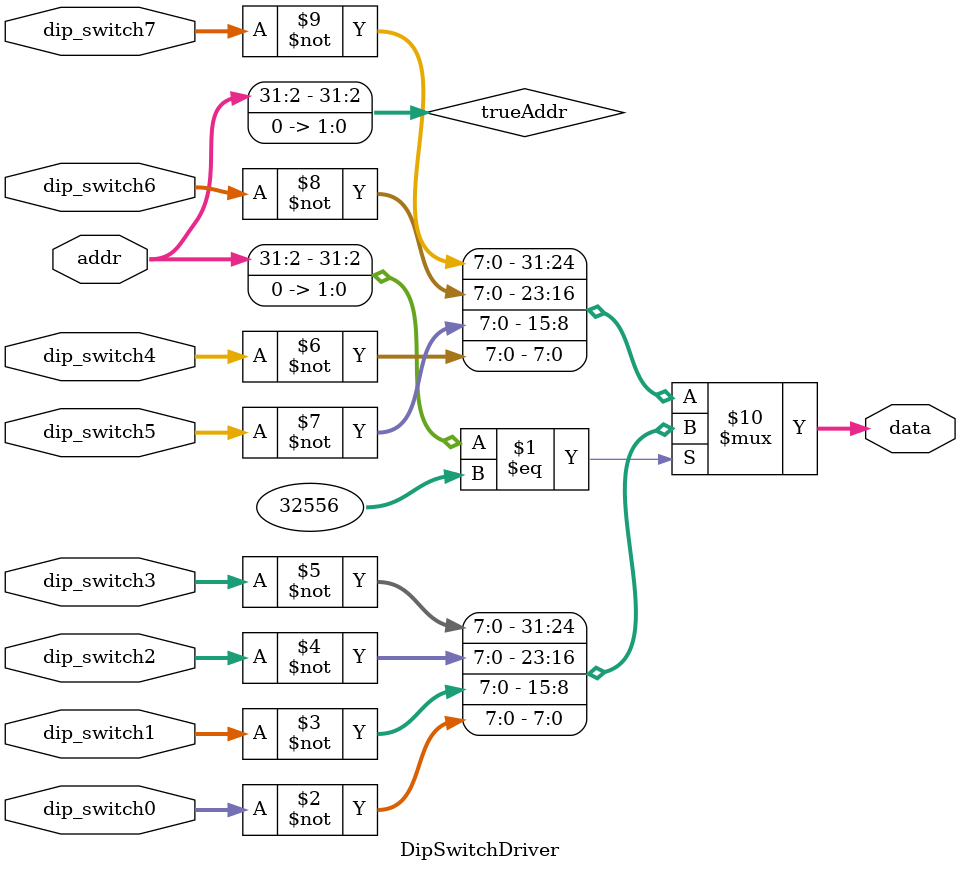
<source format=v>
`timescale 1ns / 1ps

module DipSwitchDriver(//implements ROM
	input [7:0] dip_switch0,
	input [7:0] dip_switch1,
	input [7:0] dip_switch2,
	input [7:0] dip_switch3,
	input [7:0] dip_switch4,
	input [7:0] dip_switch5,
	input [7:0] dip_switch6,
	input [7:0] dip_switch7,
	
	input [31:0] addr,
	output [31:0] data
    );

	wire [31:0] trueAddr;
	assign trueAddr={addr[31:2],2'b0};
	assign data=(trueAddr==32'h7f2c)?
					{~dip_switch3,~dip_switch2,~dip_switch1,~dip_switch0}:
					{~dip_switch7,~dip_switch6,~dip_switch5,~dip_switch4};

endmodule

</source>
